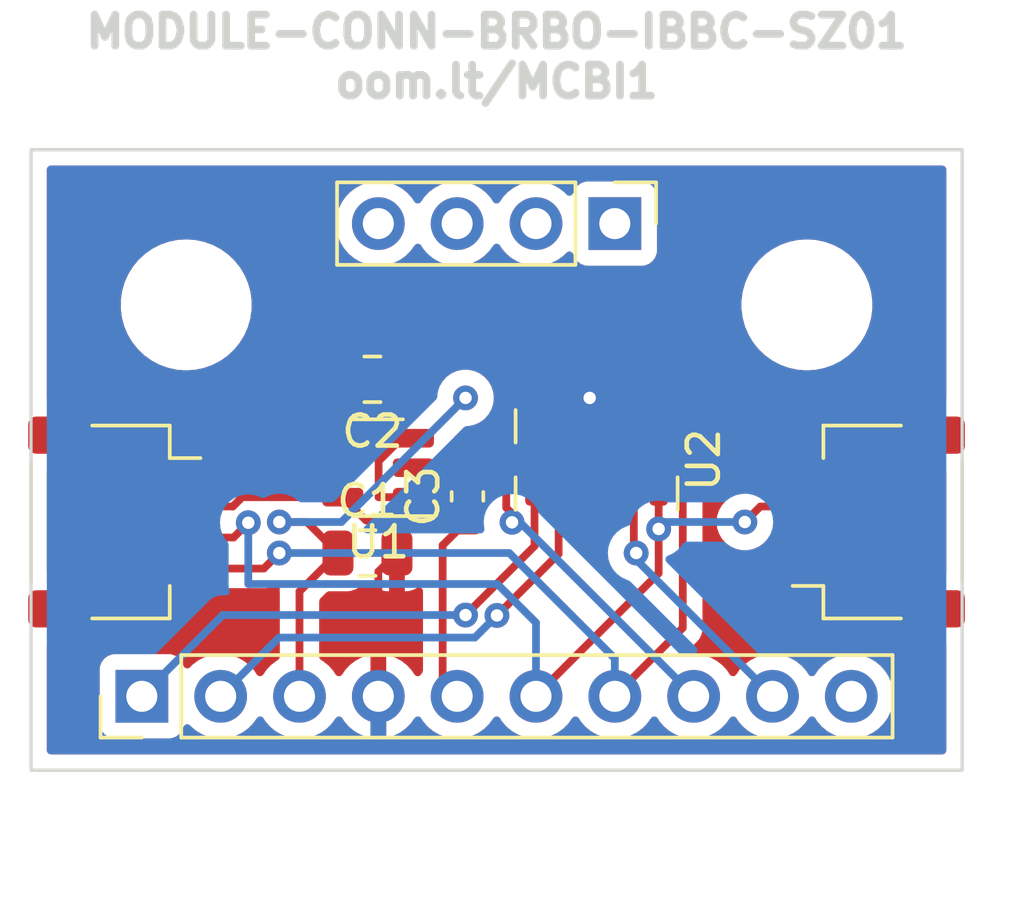
<source format=kicad_pcb>
(kicad_pcb (version 20221018) (generator pcbnew)
  (layers (0 "F.Cu" signal) (31 "B.Cu" signal) (34 "B.Paste" user) (35 "F.Paste" user) (36 "B.SilkS" user "B.Silkscreen") (37 "F.SilkS" user "F.Silkscreen") (38 "B.Mask" user) (39 "F.Mask" user) (44 "Edge.Cuts" user))
  (net 0 "")
  (net 1 "GND")
  (net 2 "SDA")
  (net 3 "SCL")
  (net 4 "Vin")
  (net 5 "3v3")
  (net 6 "CS")
  (net 7 "EX01")
  (net 8 "EX02")
  (net 9 "EX03")
  (net 10 "EX04")
  (net 11 "EX05")
  (net 12 "EX06")
  (net 13 "EX07")
  (net 14 "EX08")
  (footprint "Capacitor_SMD:C_0805_2012Metric" (layer "F.Cu") (at -4 -2.6 180)
    (fp_text reference "C2" (at 0 -1.68) (layer "F.SilkS"))
    (fp_text value "10uf")
    (fp_line (start -0.261252 -0.735) (end 0.261252 -0.735) (stroke (width 0.12)) (layer "F.SilkS"))
    (fp_line (start -0.261252 0.735) (end 0.261252 0.735) (stroke (width 0.12)) (layer "F.SilkS"))
    (pad "1" smd roundrect (at -0.95 0 180) (size 1 1.45) (layers "F.Cu" "F.Paste" "F.Mask") (net 5 "3v3"))
    (pad "2" smd roundrect (at 0.95 0 180) (size 1 1.45) (layers "F.Cu" "F.Paste" "F.Mask") (net 1 "GND"))
  )
  (footprint "Package_TO_SOT_SMD:SOT-23-5" (layer "F.Cu") (at -3.81817 0.25 180)
    (fp_text reference "U1" (at 0 -2.4) (layer "F.SilkS"))
    (fp_text value "AP2112K-3.3")
    (fp_line (start 0 -1.56) (end -1.8 -1.56) (stroke (width 0.12)) (layer "F.SilkS"))
    (fp_line (start 0 -1.56) (end 0.8 -1.56) (stroke (width 0.12)) (layer "F.SilkS"))
    (fp_line (start 0 1.56) (end -0.8 1.56) (stroke (width 0.12)) (layer "F.SilkS"))
    (fp_line (start 0 1.56) (end 0.8 1.56) (stroke (width 0.12)) (layer "F.SilkS"))
    (pad "1" smd roundrect (at -1.1375 -0.95 180) (size 1.325 0.6) (layers "F.Cu" "F.Paste" "F.Mask") (net 4 "Vin"))
    (pad "2" smd roundrect (at -1.1375 0 180) (size 1.325 0.6) (layers "F.Cu" "F.Paste" "F.Mask") (net 1 "GND"))
    (pad "3" smd roundrect (at -1.1375 0.95 180) (size 1.325 0.6) (layers "F.Cu" "F.Paste" "F.Mask") (net 4 "Vin"))
    (pad "4" smd roundrect (at 1.1375 0.95 180) (size 1.325 0.6) (layers "F.Cu" "F.Paste" "F.Mask"))
    (pad "5" smd roundrect (at 1.1375 -0.95 180) (size 1.325 0.6) (layers "F.Cu" "F.Paste" "F.Mask") (net 5 "3v3"))
  )
  (footprint "Package_LGA:LGA-14_3x5mm_P0.8mm_LayoutBorder1x6y" (layer "F.Cu") (at 3.222944 0 -90)
    (fp_text reference "U2" (at 0 -3.45 90) (layer "F.SilkS"))
    (fp_text value "ADXL343")
    (fp_line (start -0.56 2.61) (end -1.61 2.61) (stroke (width 0.12)) (layer "F.SilkS"))
    (fp_line (start 0.56 -2.61) (end 1.61 -2.61) (stroke (width 0.12)) (layer "F.SilkS"))
    (fp_line (start 0.56 2.61) (end 1.61 2.61) (stroke (width 0.12)) (layer "F.SilkS"))
    (pad "1" smd roundrect (at -1 -2 270) (size 0.95 0.6) (layers "F.Cu" "F.Paste" "F.Mask") (net 5 "3v3"))
    (pad "2" smd roundrect (at -1 -1.2 270) (size 0.95 0.6) (layers "F.Cu" "F.Paste" "F.Mask") (net 1 "GND"))
    (pad "3" smd roundrect (at -1 -0.4 270) (size 0.95 0.6) (layers "F.Cu" "F.Paste" "F.Mask"))
    (pad "4" smd roundrect (at -1 0.4 270) (size 0.95 0.6) (layers "F.Cu" "F.Paste" "F.Mask") (net 1 "GND"))
    (pad "5" smd roundrect (at -1 1.2 270) (size 0.95 0.6) (layers "F.Cu" "F.Paste" "F.Mask") (net 1 "GND"))
    (pad "6" smd roundrect (at -1 2 270) (size 0.95 0.6) (layers "F.Cu" "F.Paste" "F.Mask") (net 5 "3v3"))
    (pad "7" smd roundrect (at 0 2 270) (size 0.6 0.95) (layers "F.Cu" "F.Paste" "F.Mask") (net 6 "CS"))
    (pad "8" smd roundrect (at 1 2 270) (size 0.95 0.6) (layers "F.Cu" "F.Paste" "F.Mask") (net 7 "EX01"))
    (pad "9" smd roundrect (at 1 1.2 270) (size 0.95 0.6) (layers "F.Cu" "F.Paste" "F.Mask") (net 8 "EX02"))
    (pad "10" smd roundrect (at 1 0.4 270) (size 0.95 0.6) (layers "F.Cu" "F.Paste" "F.Mask"))
    (pad "11" smd roundrect (at 1 -0.4 270) (size 0.95 0.6) (layers "F.Cu" "F.Paste" "F.Mask"))
    (pad "12" smd roundrect (at 1 -1.2 270) (size 0.95 0.6) (layers "F.Cu" "F.Paste" "F.Mask") (net 9 "EX03"))
    (pad "13" smd roundrect (at 1 -2 270) (size 0.95 0.6) (layers "F.Cu" "F.Paste" "F.Mask") (net 2 "SDA"))
    (pad "14" smd roundrect (at 0 -2 270) (size 0.6 0.95) (layers "F.Cu" "F.Paste" "F.Mask") (net 3 "SCL"))
  )
  (footprint "oomlout_OOMP_modules:MODULE-CONN-BRBO-IBBC-SZ01" (layer "F.Cu") (at 0 0)
    (fp_text reference "U3" hide)
    (fp_text value "MODULE-CONN-BRBO-IBBC-SZ01")
    (fp_line (start -15 0.06) (end -15 3.94) (stroke (width 0.12)) (layer "F.SilkS"))
    (fp_line (start -13.03 -1.11) (end -10.53 -1.11) (stroke (width 0.12)) (layer "F.SilkS"))
    (fp_line (start -13.03 5.11) (end -10.53 5.11) (stroke (width 0.12)) (layer "F.SilkS"))
    (fp_line (start -12.76 8.95) (end -12.76 7.62) (stroke (width 0.12)) (layer "F.SilkS"))
    (fp_line (start -11.43 8.95) (end -12.76 8.95) (stroke (width 0.12)) (layer "F.SilkS"))
    (fp_line (start -10.53 -1.11) (end -10.53 -0.06) (stroke (width 0.12)) (layer "F.SilkS"))
    (fp_line (start -10.53 -0.06) (end -9.54 -0.06) (stroke (width 0.12)) (layer "F.SilkS"))
    (fp_line (start -10.53 5.11) (end -10.53 4.06) (stroke (width 0.12)) (layer "F.SilkS"))
    (fp_line (start -10.16 6.29) (end 12.76 6.29) (stroke (width 0.12)) (layer "F.SilkS"))
    (fp_line (start -10.16 8.95) (end -10.16 6.29) (stroke (width 0.12)) (layer "F.SilkS"))
    (fp_line (start -10.16 8.95) (end 12.76 8.95) (stroke (width 0.12)) (layer "F.SilkS"))
    (fp_line (start -5.14 -8.95) (end -5.14 -6.29) (stroke (width 0.12)) (layer "F.SilkS"))
    (fp_line (start 2.54 -8.95) (end -5.14 -8.95) (stroke (width 0.12)) (layer "F.SilkS"))
    (fp_line (start 2.54 -8.95) (end 2.54 -6.29) (stroke (width 0.12)) (layer "F.SilkS"))
    (fp_line (start 2.54 -6.29) (end -5.14 -6.29) (stroke (width 0.12)) (layer "F.SilkS"))
    (fp_line (start 3.81 -8.95) (end 5.14 -8.95) (stroke (width 0.12)) (layer "F.SilkS"))
    (fp_line (start 5.14 -8.95) (end 5.14 -7.62) (stroke (width 0.12)) (layer "F.SilkS"))
    (fp_line (start 10.53 -1.11) (end 10.53 -0.06) (stroke (width 0.12)) (layer "F.SilkS"))
    (fp_line (start 10.53 4.06) (end 9.54 4.06) (stroke (width 0.12)) (layer "F.SilkS"))
    (fp_line (start 10.53 5.11) (end 10.53 4.06) (stroke (width 0.12)) (layer "F.SilkS"))
    (fp_line (start 12.76 8.95) (end 12.76 6.29) (stroke (width 0.12)) (layer "F.SilkS"))
    (fp_line (start 13.03 -1.11) (end 10.53 -1.11) (stroke (width 0.12)) (layer "F.SilkS"))
    (fp_line (start 13.03 5.11) (end 10.53 5.11) (stroke (width 0.12)) (layer "F.SilkS"))
    (fp_line (start 15 3.94) (end 15 0.06) (stroke (width 0.12)) (layer "F.SilkS"))
    (fp_line (start -15 -10) (end 15 -10) (stroke (width 0.1)) (layer "Edge.Cuts"))
    (fp_line (start -15 10) (end -15 -10) (stroke (width 0.1)) (layer "Edge.Cuts"))
    (fp_line (start 15 -10) (end 15 10) (stroke (width 0.1)) (layer "Edge.Cuts"))
    (fp_line (start 15 10) (end -15 10) (stroke (width 0.1)) (layer "Edge.Cuts"))
    (pad "" np_thru_hole circle (at -10 -5) (size 3.2 3.2) (drill 3.2) (layers "*.Cu" "*.Mask"))
    (pad "" np_thru_hole circle (at 10 -5) (size 3.2 3.2) (drill 3.2) (layers "*.Cu" "*.Mask"))
    (pad "1" thru_hole rect (at -11.43 7.62 90) (size 1.7 1.7) (drill 1) (layers "*.Cu" "*.Mask") (net 7 "EX01"))
    (pad "2" thru_hole oval (at -8.89 7.62 90) (size 1.7 1.7) (drill 1) (layers "*.Cu" "*.Mask") (net 8 "EX02"))
    (pad "3" thru_hole oval (at -6.35 7.62 90) (size 1.7 1.7) (drill 1) (layers "*.Cu" "*.Mask") (net 4 "Vin"))
    (pad "4" smd roundrect (at -14.19 -0.8 270) (size 1.2 1.8) (layers "F.Cu" "F.Paste" "F.Mask") (roundrect_rratio 0.208333) (net 1 "GND"))
    (pad "4" smd roundrect (at -14.19 4.8 270) (size 1.2 1.8) (layers "F.Cu" "F.Paste" "F.Mask") (roundrect_rratio 0.208333) (net 1 "GND"))
    (pad "4" smd roundrect (at -10.315 0.5 270) (size 0.6 1.55) (layers "F.Cu" "F.Paste" "F.Mask") (net 1 "GND"))
    (pad "4" thru_hole oval (at -3.81 7.62 90) (size 1.7 1.7) (drill 1) (layers "*.Cu" "*.Mask") (net 1 "GND"))
    (pad "4" smd roundrect (at 10.315 3.5 90) (size 0.6 1.55) (layers "F.Cu" "F.Paste" "F.Mask") (net 1 "GND"))
    (pad "4" smd roundrect (at 14.19 -0.8 90) (size 1.2 1.8) (layers "F.Cu" "F.Paste" "F.Mask") (roundrect_rratio 0.208333) (net 1 "GND"))
    (pad "4" smd roundrect (at 14.19 4.8 90) (size 1.2 1.8) (layers "F.Cu" "F.Paste" "F.Mask") (roundrect_rratio 0.208333) (net 1 "GND"))
    (pad "5" smd roundrect (at -10.315 1.5 270) (size 0.6 1.55) (layers "F.Cu" "F.Paste" "F.Mask") (net 5 "3v3"))
    (pad "5" thru_hole oval (at -1.27 7.62 90) (size 1.7 1.7) (drill 1) (layers "*.Cu" "*.Mask") (net 5 "3v3"))
    (pad "5" smd roundrect (at 10.315 2.5 90) (size 0.6 1.55) (layers "F.Cu" "F.Paste" "F.Mask") (net 5 "3v3"))
    (pad "6" smd roundrect (at -10.315 2.5 270) (size 0.6 1.55) (layers "F.Cu" "F.Paste" "F.Mask") (net 2 "SDA"))
    (pad "6" thru_hole oval (at 1.27 7.62 90) (size 1.7 1.7) (drill 1) (layers "*.Cu" "*.Mask") (net 2 "SDA"))
    (pad "6" smd roundrect (at 10.315 1.5 90) (size 0.6 1.55) (layers "F.Cu" "F.Paste" "F.Mask") (net 2 "SDA"))
    (pad "7" smd roundrect (at -10.315 3.5 270) (size 0.6 1.55) (layers "F.Cu" "F.Paste" "F.Mask") (net 3 "SCL"))
    (pad "7" thru_hole oval (at 3.81 7.62 90) (size 1.7 1.7) (drill 1) (layers "*.Cu" "*.Mask") (net 3 "SCL"))
    (pad "7" smd roundrect (at 10.315 0.5 90) (size 0.6 1.55) (layers "F.Cu" "F.Paste" "F.Mask") (net 3 "SCL"))
    (pad "8" thru_hole oval (at 6.35 7.62 90) (size 1.7 1.7) (drill 1) (layers "*.Cu" "*.Mask") (net 6 "CS"))
    (pad "9" thru_hole oval (at 8.89 7.62 90) (size 1.7 1.7) (drill 1) (layers "*.Cu" "*.Mask") (net 9 "EX03"))
    (pad "10" thru_hole oval (at 11.43 7.62 90) (size 1.7 1.7) (drill 1) (layers "*.Cu" "*.Mask") (net 10 "EX04"))
    (pad "11" thru_hole rect (at 3.81 -7.62 270) (size 1.7 1.7) (drill 1) (layers "*.Cu" "*.Mask") (net 11 "EX05"))
    (pad "12" thru_hole oval (at 1.27 -7.62 270) (size 1.7 1.7) (drill 1) (layers "*.Cu" "*.Mask") (net 12 "EX06"))
    (pad "13" thru_hole oval (at -1.27 -7.62 270) (size 1.7 1.7) (drill 1) (layers "*.Cu" "*.Mask") (net 13 "EX07"))
    (pad "14" thru_hole oval (at -3.81 -7.62 270) (size 1.7 1.7) (drill 1) (layers "*.Cu" "*.Mask") (net 14 "EX08"))
  )
  (footprint "Capacitor_SMD:C_0805_2012Metric" (layer "F.Cu") (at -4.160097 3)
    (fp_text reference "C1" (at 0 -1.68) (layer "F.SilkS"))
    (fp_text value "10uf")
    (fp_line (start -0.261252 -0.735) (end 0.261252 -0.735) (stroke (width 0.12)) (layer "F.SilkS"))
    (fp_line (start -0.261252 0.735) (end 0.261252 0.735) (stroke (width 0.12)) (layer "F.SilkS"))
    (pad "1" smd roundrect (at -0.95 0) (size 1 1.45) (layers "F.Cu" "F.Paste" "F.Mask") (net 4 "Vin"))
    (pad "2" smd roundrect (at 0.95 0) (size 1 1.45) (layers "F.Cu" "F.Paste" "F.Mask") (net 1 "GND"))
  )
  (footprint "Capacitor_SMD:C_0603_1608Metric" (layer "F.Cu") (at -0.937153 1.175 90)
    (fp_text reference "C3" (at 0 -1.43 90) (layer "F.SilkS"))
    (fp_text value "100nf")
    (fp_line (start -0.14058 -0.51) (end 0.14058 -0.51) (stroke (width 0.12)) (layer "F.SilkS"))
    (fp_line (start -0.14058 0.51) (end 0.14058 0.51) (stroke (width 0.12)) (layer "F.SilkS"))
    (pad "1" smd roundrect (at -0.775 0 90) (size 0.9 0.95) (layers "F.Cu" "F.Paste" "F.Mask") (net 5 "3v3"))
    (pad "2" smd roundrect (at 0.775 0 90) (size 0.9 0.95) (layers "F.Cu" "F.Paste" "F.Mask") (net 1 "GND"))
  )
  (gr_line (start -15 10) (end -15 -10) (stroke (width 0.1)) (layer "Edge.Cuts"))
  (gr_line (start 15 10) (end -15 10) (stroke (width 0.1)) (layer "Edge.Cuts"))
  (gr_line (start 15 -10) (end 15 10) (stroke (width 0.1)) (layer "Edge.Cuts"))
  (gr_line (start -15 -10) (end 15 -10) (stroke (width 0.1)) (layer "Edge.Cuts"))
  (gr_text "MODULE-CONN-BRBO-IBBC-SZ01\noom.lt/MCBI1" (at 0 -13) (layer "Edge.Cuts") (effects (font (size 1 1) (thickness 0.25))))
  (segment (start 3.769016 -2) (end 3 -2) (width 0.25) (layer "F.Cu") (net 1))
  (segment (start 2.022944 -1.346072) (end 2.022944 -1) (width 0.25) (layer "F.Cu") (net 1))
  (segment (start -2.68067 0.25) (end -1.087153 0.25) (width 0.25) (layer "F.Cu") (net 1))
  (segment (start -3.210097 3) (end -3.81 3.599903) (width 0.25) (layer "F.Cu") (net 1))
  (segment (start -1.087153 0.25) (end -0.937153 0.4) (width 0.25) (layer "F.Cu") (net 1))
  (segment (start 4.422944 -1.346072) (end 3.769016 -2) (width 0.25) (layer "F.Cu") (net 1))
  (segment (start -0.937153 0.4) (end -0.937153 0.014025) (width 0.25) (layer "F.Cu") (net 1))
  (segment (start -3.81 3.599903) (end -3.81 7.60401) (width 0.25) (layer "F.Cu") (net 1))
  (segment (start 2.022944 -1) (end 2.822944 -1) (width 0.25) (layer "F.Cu") (net 1))
  (segment (start 4.422944 -1) (end 4.422944 -1.346072) (width 0.25) (layer "F.Cu") (net 1))
  (segment (start 2.822944 -1.822944) (end 2.822944 -1) (width 0.25) (layer "F.Cu") (net 1))
  (segment (start 3 -2) (end 2.822944 -1.822944) (width 0.25) (layer "F.Cu") (net 1))
  (via (at 3 -2) (size 0.8) (drill 0.4) (layers "F.Cu" "B.Cu") (net 1))
  (segment (start -8.475655 2.5) (end -10.164345 2.5) (width 0.25) (layer "F.Cu") (net 2))
  (segment (start 5.222944 3.651066) (end 1.27 7.60401) (width 0.25) (layer "F.Cu") (net 2))
  (segment (start 8 2) (end 8.5 1.5) (width 0.25) (layer "F.Cu") (net 2))
  (segment (start 5.222944 1) (end 5.222944 3.651066) (width 0.25) (layer "F.Cu") (net 2))
  (segment (start -7.999223 2.023568) (end -8.475655 2.5) (width 0.25) (layer "F.Cu") (net 2))
  (segment (start 8.5 1.5) (end 10.164345 1.5) (width 0.25) (layer "F.Cu") (net 2))
  (via (at 5.222944 2.222944) (size 0.8) (drill 0.4) (layers "F.Cu" "B.Cu") (net 2))
  (via (at 8 2) (size 0.8) (drill 0.4) (layers "F.Cu" "B.Cu") (net 2))
  (via (at -7.999223 2.023568) (size 0.8) (drill 0.4) (layers "F.Cu" "B.Cu") (net 2))
  (segment (start 1.27 7.60401) (end 1.27 5.245386) (width 0.25) (layer "B.Cu") (net 2))
  (segment (start -8 2.022791) (end -7.999223 2.023568) (width 0.25) (layer "B.Cu") (net 2))
  (segment (start 0.024614 4) (end -8 4) (width 0.25) (layer "B.Cu") (net 2))
  (segment (start 1.27 5.245386) (end 0.024614 4) (width 0.25) (layer "B.Cu") (net 2))
  (segment (start 5.222944 2.222944) (end 5.445888 2) (width 0.25) (layer "B.Cu") (net 2))
  (segment (start -8 2) (end -8 2.022791) (width 0.25) (layer "B.Cu") (net 2))
  (segment (start 5.445888 2) (end 8 2) (width 0.25) (layer "B.Cu") (net 2))
  (segment (start -8 4) (end -8 2) (width 0.25) (layer "B.Cu") (net 2))
  (segment (start -7.5 3.5) (end -7 3) (width 0.25) (layer "F.Cu") (net 3))
  (segment (start 5.369016 0) (end 6 0.630984) (width 0.25) (layer "F.Cu") (net 3))
  (segment (start 5.222944 0) (end 5.369016 0) (width 0.25) (layer "F.Cu") (net 3))
  (segment (start 6 0.630984) (end 6 5.41401) (width 0.25) (layer "F.Cu") (net 3))
  (segment (start 6 5.41401) (end 3.81 7.60401) (width 0.25) (layer "F.Cu") (net 3))
  (segment (start 5.222944 0) (end 9.664345 0) (width 0.25) (layer "F.Cu") (net 3))
  (segment (start 9.664345 0) (end 10.164345 0.5) (width 0.25) (layer "F.Cu") (net 3))
  (segment (start -10.164345 3.5) (end -7.5 3.5) (width 0.25) (layer "F.Cu") (net 3))
  (via (at -7 3) (size 0.8) (drill 0.4) (layers "F.Cu" "B.Cu") (net 3))
  (segment (start 3.81 6.401929) (end 0.408071 3) (width 0.25) (layer "B.Cu") (net 3))
  (segment (start 3.81 7.60401) (end 3.81 6.401929) (width 0.25) (layer "B.Cu") (net 3))
  (segment (start 0.408071 3) (end -7 3) (width 0.25) (layer "B.Cu") (net 3))
  (segment (start -5.110097 3) (end -6.35 4.239903) (width 0.25) (layer "F.Cu") (net 4))
  (segment (start -3.310097 1.2) (end -2.68067 1.2) (width 0.25) (layer "F.Cu") (net 4))
  (segment (start -2.3 -0.7) (end -1 -2) (width 0.25) (layer "F.Cu") (net 4))
  (segment (start -6.35 4.239903) (end -6.35 7.60401) (width 0.25) (layer "F.Cu") (net 4))
  (segment (start -6.110097 2) (end -5.110097 3) (width 0.25) (layer "F.Cu") (net 4))
  (segment (start -7 2) (end -6.110097 2) (width 0.25) (layer "F.Cu") (net 4))
  (segment (start -3.064242 -0.7) (end -2.68067 -0.7) (width 0.25) (layer "F.Cu") (net 4))
  (segment (start -2.68067 -0.7) (end -2.3 -0.7) (width 0.25) (layer "F.Cu") (net 4))
  (segment (start -3.8 1.2) (end -3.8 0.035758) (width 0.25) (layer "F.Cu") (net 4))
  (segment (start -3.764242 0) (end -3.064242 -0.7) (width 0.25) (layer "F.Cu") (net 4))
  (segment (start -3.8 0.035758) (end -3.064242 -0.7) (width 0.25) (layer "F.Cu") (net 4))
  (segment (start -2.68067 1.2) (end -3.8 1.2) (width 0.25) (layer "F.Cu") (net 4))
  (via (at -7 2) (size 0.8) (drill 0.4) (layers "F.Cu" "B.Cu") (net 4))
  (via (at -1 -2) (size 0.8) (drill 0.4) (layers "F.Cu" "B.Cu") (net 4))
  (segment (start -1 -2) (end -5 2) (width 0.25) (layer "B.Cu") (net 4))
  (segment (start -5 2) (end -7 2) (width 0.25) (layer "B.Cu") (net 4))
  (segment (start 3.569016 -3) (end 5.222944 -1.346072) (width 0.25) (layer "F.Cu") (net 5))
  (segment (start -4.95567 1.2) (end -8.2 1.2) (width 0.25) (layer "F.Cu") (net 5))
  (segment (start -0.937153 1.95) (end -1.73681 2.749657) (width 0.25) (layer "F.Cu") (net 5))
  (segment (start 11 -1) (end 5.222944 -1) (width 0.25) (layer "F.Cu") (net 5))
  (segment (start -4.20567 1.95) (end -0.937153 1.95) (width 0.25) (layer "F.Cu") (net 5))
  (segment (start -8.2 1.2) (end -8.5 1.5) (width 0.25) (layer "F.Cu") (net 5))
  (segment (start -4.32548 -1.32452) (end -5.67548 -1.32452) (width 0.25) (layer "F.Cu") (net 5))
  (segment (start -8.5 1.5) (end -10.164345 1.5) (width 0.25) (layer "F.Cu") (net 5))
  (segment (start 1.222944 -1) (end 1.222944 -1.346072) (width 0.25) (layer "F.Cu") (net 5))
  (segment (start -0.137633 1.15048) (end -0.137633 0.137633) (width 0.25) (layer "F.Cu") (net 5))
  (segment (start 12 0) (end 11 -1) (width 0.25) (layer "F.Cu") (net 5))
  (segment (start -1.73681 2.749657) (end -1.73681 7.1372) (width 0.25) (layer "F.Cu") (net 5))
  (segment (start 1.222944 -1.346072) (end 2.876872 -3) (width 0.25) (layer "F.Cu") (net 5))
  (segment (start -5.67548 -1.32452) (end -8.5 1.5) (width 0.25) (layer "F.Cu") (net 5))
  (segment (start 1 -1) (end 1.222944 -1) (width 0.25) (layer "F.Cu") (net 5))
  (segment (start 2.876872 -3) (end 3.569016 -3) (width 0.25) (layer "F.Cu") (net 5))
  (segment (start 10.898186 2.5) (end 12 1.398186) (width 0.25) (layer "F.Cu") (net 5))
  (segment (start -1.73681 7.1372) (end -1.27 7.60401) (width 0.25) (layer "F.Cu") (net 5))
  (segment (start 10.452114 2.5) (end 10.898186 2.5) (width 0.25) (layer "F.Cu") (net 5))
  (segment (start -4.95567 1.2) (end -4.20567 1.95) (width 0.25) (layer "F.Cu") (net 5))
  (segment (start 5.222944 -1.346072) (end 5.222944 -1) (width 0.25) (layer "F.Cu") (net 5))
  (segment (start 12 1.398186) (end 12 0) (width 0.25) (layer "F.Cu") (net 5))
  (segment (start -0.937153 1.95) (end -0.137633 1.15048) (width 0.25) (layer "F.Cu") (net 5))
  (segment (start -3.05 -2.6) (end -4.32548 -1.32452) (width 0.25) (layer "F.Cu") (net 5))
  (segment (start -0.137633 0.137633) (end 1 -1) (width 0.25) (layer "F.Cu") (net 5))
  (segment (start 0.311887 1.538463) (end 0.773424 2) (width 0.25) (layer "F.Cu") (net 6))
  (segment (start 0.773424 2) (end 0.763341 2.010083) (width 0.25) (layer "F.Cu") (net 6))
  (segment (start 0.763341 2.010083) (end 0.498444 2.010083) (width 0.25) (layer "F.Cu") (net 6))
  (segment (start 0.311887 0.688113) (end 0.311887 1.538463) (width 0.25) (layer "F.Cu") (net 6))
  (segment (start 1 0) (end 0.311887 0.688113) (width 0.25) (layer "F.Cu") (net 6))
  (segment (start 1.222944 0) (end 1 0) (width 0.25) (layer "F.Cu") (net 6))
  (via (at 0.498444 2.010083) (size 0.8) (drill 0.4) (layers "F.Cu" "B.Cu") (net 6))
  (segment (start 0.498444 2.010083) (end 0.756073 2.010083) (width 0.25) (layer "B.Cu") (net 6))
  (segment (start 0.756073 2.010083) (end 6.35 7.60401) (width 0.25) (layer "B.Cu") (net 6))
  (segment (start 1.222944 2.777056) (end -1 5) (width 0.25) (layer "F.Cu") (net 7))
  (segment (start 1.222944 1) (end 1.222944 2.777056) (width 0.25) (layer "F.Cu") (net 7))
  (via (at -1 5) (size 0.8) (drill 0.4) (layers "F.Cu" "B.Cu") (net 7))
  (segment (start -1 5) (end -8.82599 5) (width 0.25) (layer "B.Cu") (net 7))
  (segment (start -8.82599 5) (end -11.43 7.60401) (width 0.25) (layer "B.Cu") (net 7))
  (segment (start 2 3.024598) (end 2 1) (width 0.25) (layer "F.Cu") (net 8))
  (segment (start 0.012299 5.012299) (end 2 3.024598) (width 0.25) (layer "F.Cu") (net 8))
  (segment (start 2 1) (end 2.022944 1) (width 0.25) (layer "F.Cu") (net 8))
  (via (at 0.012299 5.012299) (size 0.8) (drill 0.4) (layers "F.Cu" "B.Cu") (net 8))
  (segment (start -0.699897 5.724511) (end 0 5.024614) (width 0.25) (layer "B.Cu") (net 8))
  (segment (start -8.89 7.60401) (end -7.010501 5.724511) (width 0.25) (layer "B.Cu") (net 8))
  (segment (start 0 5) (end 0.012299 5.012299) (width 0.25) (layer "B.Cu") (net 8))
  (segment (start 0 5.024614) (end 0 5) (width 0.25) (layer "B.Cu") (net 8))
  (segment (start -7.010501 5.724511) (end -0.699897 5.724511) (width 0.25) (layer "B.Cu") (net 8))
  (segment (start 4.422944 1) (end 4.422944 2.64952) (width 0.25) (layer "F.Cu") (net 9))
  (segment (start 4.773424 3) (end 4.498444 3) (width 0.25) (layer "F.Cu") (net 9))
  (segment (start 4.422944 2.64952) (end 4.773424 3) (width 0.25) (layer "F.Cu") (net 9))
  (via (at 4.498444 3) (size 0.8) (drill 0.4) (layers "F.Cu" "B.Cu") (net 9))
  (segment (start 4.498444 3.212454) (end 8.89 7.60401) (width 0.25) (layer "B.Cu") (net 9))
  (segment (start 4.498444 3) (end 4.498444 3.212454) (width 0.25) (layer "B.Cu") (net 9))
  (zone (net 1) (net_name "GND") (layers "F&B.Cu") (connect_pads (clearance 0.508)) (min_thickness 0.254) (fill yes (thermal_gap 0.508) (thermal_bridge_width 0.508))
    (polygon (pts (xy 17 11) (xy -16 11) (xy -16 -11) (xy 17 -11)))
  )
)
</source>
